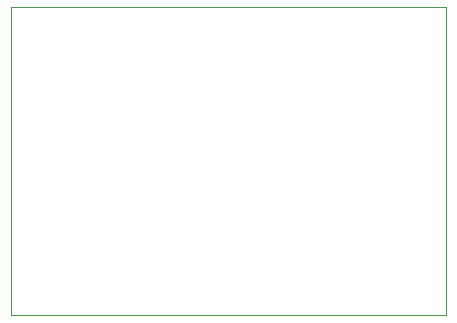
<source format=gbr>
G04 #@! TF.GenerationSoftware,KiCad,Pcbnew,5.1.5-52549c5~86~ubuntu18.04.1*
G04 #@! TF.CreationDate,2020-04-26T14:43:08+02:00*
G04 #@! TF.ProjectId,dcdc_7909,64636463-5f37-4393-9039-2e6b69636164,rev?*
G04 #@! TF.SameCoordinates,Original*
G04 #@! TF.FileFunction,Profile,NP*
%FSLAX46Y46*%
G04 Gerber Fmt 4.6, Leading zero omitted, Abs format (unit mm)*
G04 Created by KiCad (PCBNEW 5.1.5-52549c5~86~ubuntu18.04.1) date 2020-04-26 14:43:08*
%MOMM*%
%LPD*%
G04 APERTURE LIST*
%ADD10C,0.050000*%
G04 APERTURE END LIST*
D10*
X116000000Y-53975000D02*
X79184500Y-53975000D01*
X116000000Y-80010000D02*
X116000000Y-53975000D01*
X79184500Y-80010000D02*
X116000000Y-80010000D01*
X79184500Y-53975000D02*
X79184500Y-80010000D01*
M02*

</source>
